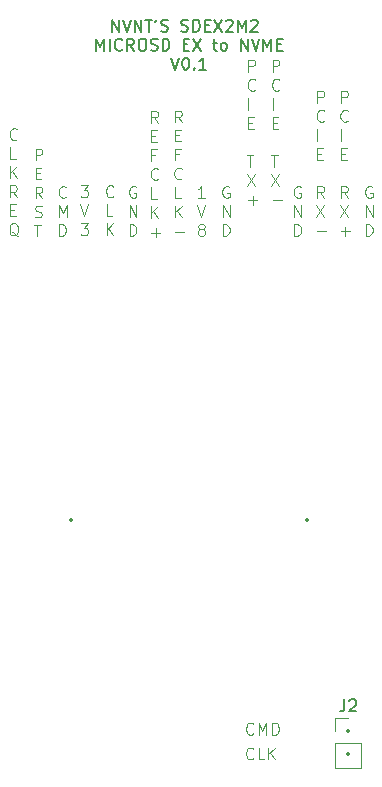
<source format=gto>
%TF.GenerationSoftware,KiCad,Pcbnew,9.0.2*%
%TF.CreationDate,2025-06-23T16:33:29+08:00*%
%TF.ProjectId,SDEX2M2 MicroSD Express to M.2 NVMe Adapter for Switch 2 WIP,53444558-324d-4322-904d-6963726f5344,rev?*%
%TF.SameCoordinates,Original*%
%TF.FileFunction,Legend,Top*%
%TF.FilePolarity,Positive*%
%FSLAX46Y46*%
G04 Gerber Fmt 4.6, Leading zero omitted, Abs format (unit mm)*
G04 Created by KiCad (PCBNEW 9.0.2) date 2025-06-23 16:33:29*
%MOMM*%
%LPD*%
G01*
G04 APERTURE LIST*
%ADD10C,0.100000*%
%ADD11C,0.200000*%
%ADD12C,0.150000*%
%ADD13C,0.120000*%
%ADD14C,0.350000*%
G04 APERTURE END LIST*
D10*
X144357693Y-116070150D02*
X144262455Y-116022531D01*
X144262455Y-116022531D02*
X144119598Y-116022531D01*
X144119598Y-116022531D02*
X143976741Y-116070150D01*
X143976741Y-116070150D02*
X143881503Y-116165388D01*
X143881503Y-116165388D02*
X143833884Y-116260626D01*
X143833884Y-116260626D02*
X143786265Y-116451102D01*
X143786265Y-116451102D02*
X143786265Y-116593959D01*
X143786265Y-116593959D02*
X143833884Y-116784435D01*
X143833884Y-116784435D02*
X143881503Y-116879673D01*
X143881503Y-116879673D02*
X143976741Y-116974912D01*
X143976741Y-116974912D02*
X144119598Y-117022531D01*
X144119598Y-117022531D02*
X144214836Y-117022531D01*
X144214836Y-117022531D02*
X144357693Y-116974912D01*
X144357693Y-116974912D02*
X144405312Y-116927292D01*
X144405312Y-116927292D02*
X144405312Y-116593959D01*
X144405312Y-116593959D02*
X144214836Y-116593959D01*
X143833884Y-118632475D02*
X143833884Y-117632475D01*
X143833884Y-117632475D02*
X144405312Y-118632475D01*
X144405312Y-118632475D02*
X144405312Y-117632475D01*
X143833884Y-120242419D02*
X143833884Y-119242419D01*
X143833884Y-119242419D02*
X144071979Y-119242419D01*
X144071979Y-119242419D02*
X144214836Y-119290038D01*
X144214836Y-119290038D02*
X144310074Y-119385276D01*
X144310074Y-119385276D02*
X144357693Y-119480514D01*
X144357693Y-119480514D02*
X144405312Y-119670990D01*
X144405312Y-119670990D02*
X144405312Y-119813847D01*
X144405312Y-119813847D02*
X144357693Y-120004323D01*
X144357693Y-120004323D02*
X144310074Y-120099561D01*
X144310074Y-120099561D02*
X144214836Y-120194800D01*
X144214836Y-120194800D02*
X144071979Y-120242419D01*
X144071979Y-120242419D02*
X143833884Y-120242419D01*
X134555312Y-116877292D02*
X134507693Y-116924912D01*
X134507693Y-116924912D02*
X134364836Y-116972531D01*
X134364836Y-116972531D02*
X134269598Y-116972531D01*
X134269598Y-116972531D02*
X134126741Y-116924912D01*
X134126741Y-116924912D02*
X134031503Y-116829673D01*
X134031503Y-116829673D02*
X133983884Y-116734435D01*
X133983884Y-116734435D02*
X133936265Y-116543959D01*
X133936265Y-116543959D02*
X133936265Y-116401102D01*
X133936265Y-116401102D02*
X133983884Y-116210626D01*
X133983884Y-116210626D02*
X134031503Y-116115388D01*
X134031503Y-116115388D02*
X134126741Y-116020150D01*
X134126741Y-116020150D02*
X134269598Y-115972531D01*
X134269598Y-115972531D02*
X134364836Y-115972531D01*
X134364836Y-115972531D02*
X134507693Y-116020150D01*
X134507693Y-116020150D02*
X134555312Y-116067769D01*
X134460074Y-118582475D02*
X133983884Y-118582475D01*
X133983884Y-118582475D02*
X133983884Y-117582475D01*
X133983884Y-120192419D02*
X133983884Y-119192419D01*
X134555312Y-120192419D02*
X134126741Y-119620990D01*
X134555312Y-119192419D02*
X133983884Y-119763847D01*
X151833884Y-108972811D02*
X151833884Y-107972811D01*
X151833884Y-107972811D02*
X152214836Y-107972811D01*
X152214836Y-107972811D02*
X152310074Y-108020430D01*
X152310074Y-108020430D02*
X152357693Y-108068049D01*
X152357693Y-108068049D02*
X152405312Y-108163287D01*
X152405312Y-108163287D02*
X152405312Y-108306144D01*
X152405312Y-108306144D02*
X152357693Y-108401382D01*
X152357693Y-108401382D02*
X152310074Y-108449001D01*
X152310074Y-108449001D02*
X152214836Y-108496620D01*
X152214836Y-108496620D02*
X151833884Y-108496620D01*
X152405312Y-110487516D02*
X152357693Y-110535136D01*
X152357693Y-110535136D02*
X152214836Y-110582755D01*
X152214836Y-110582755D02*
X152119598Y-110582755D01*
X152119598Y-110582755D02*
X151976741Y-110535136D01*
X151976741Y-110535136D02*
X151881503Y-110439897D01*
X151881503Y-110439897D02*
X151833884Y-110344659D01*
X151833884Y-110344659D02*
X151786265Y-110154183D01*
X151786265Y-110154183D02*
X151786265Y-110011326D01*
X151786265Y-110011326D02*
X151833884Y-109820850D01*
X151833884Y-109820850D02*
X151881503Y-109725612D01*
X151881503Y-109725612D02*
X151976741Y-109630374D01*
X151976741Y-109630374D02*
X152119598Y-109582755D01*
X152119598Y-109582755D02*
X152214836Y-109582755D01*
X152214836Y-109582755D02*
X152357693Y-109630374D01*
X152357693Y-109630374D02*
X152405312Y-109677993D01*
X151833884Y-112192699D02*
X151833884Y-111192699D01*
X151833884Y-113278833D02*
X152167217Y-113278833D01*
X152310074Y-113802643D02*
X151833884Y-113802643D01*
X151833884Y-113802643D02*
X151833884Y-112802643D01*
X151833884Y-112802643D02*
X152310074Y-112802643D01*
X152405312Y-117022531D02*
X152071979Y-116546340D01*
X151833884Y-117022531D02*
X151833884Y-116022531D01*
X151833884Y-116022531D02*
X152214836Y-116022531D01*
X152214836Y-116022531D02*
X152310074Y-116070150D01*
X152310074Y-116070150D02*
X152357693Y-116117769D01*
X152357693Y-116117769D02*
X152405312Y-116213007D01*
X152405312Y-116213007D02*
X152405312Y-116355864D01*
X152405312Y-116355864D02*
X152357693Y-116451102D01*
X152357693Y-116451102D02*
X152310074Y-116498721D01*
X152310074Y-116498721D02*
X152214836Y-116546340D01*
X152214836Y-116546340D02*
X151833884Y-116546340D01*
X151738646Y-117632475D02*
X152405312Y-118632475D01*
X152405312Y-117632475D02*
X151738646Y-118632475D01*
X151833884Y-119861466D02*
X152595789Y-119861466D01*
X138355312Y-110682755D02*
X138021979Y-110206564D01*
X137783884Y-110682755D02*
X137783884Y-109682755D01*
X137783884Y-109682755D02*
X138164836Y-109682755D01*
X138164836Y-109682755D02*
X138260074Y-109730374D01*
X138260074Y-109730374D02*
X138307693Y-109777993D01*
X138307693Y-109777993D02*
X138355312Y-109873231D01*
X138355312Y-109873231D02*
X138355312Y-110016088D01*
X138355312Y-110016088D02*
X138307693Y-110111326D01*
X138307693Y-110111326D02*
X138260074Y-110158945D01*
X138260074Y-110158945D02*
X138164836Y-110206564D01*
X138164836Y-110206564D02*
X137783884Y-110206564D01*
X137783884Y-111768889D02*
X138117217Y-111768889D01*
X138260074Y-112292699D02*
X137783884Y-112292699D01*
X137783884Y-112292699D02*
X137783884Y-111292699D01*
X137783884Y-111292699D02*
X138260074Y-111292699D01*
X138117217Y-113378833D02*
X137783884Y-113378833D01*
X137783884Y-113902643D02*
X137783884Y-112902643D01*
X137783884Y-112902643D02*
X138260074Y-112902643D01*
X138355312Y-115417348D02*
X138307693Y-115464968D01*
X138307693Y-115464968D02*
X138164836Y-115512587D01*
X138164836Y-115512587D02*
X138069598Y-115512587D01*
X138069598Y-115512587D02*
X137926741Y-115464968D01*
X137926741Y-115464968D02*
X137831503Y-115369729D01*
X137831503Y-115369729D02*
X137783884Y-115274491D01*
X137783884Y-115274491D02*
X137736265Y-115084015D01*
X137736265Y-115084015D02*
X137736265Y-114941158D01*
X137736265Y-114941158D02*
X137783884Y-114750682D01*
X137783884Y-114750682D02*
X137831503Y-114655444D01*
X137831503Y-114655444D02*
X137926741Y-114560206D01*
X137926741Y-114560206D02*
X138069598Y-114512587D01*
X138069598Y-114512587D02*
X138164836Y-114512587D01*
X138164836Y-114512587D02*
X138307693Y-114560206D01*
X138307693Y-114560206D02*
X138355312Y-114607825D01*
X138260074Y-117122531D02*
X137783884Y-117122531D01*
X137783884Y-117122531D02*
X137783884Y-116122531D01*
X137783884Y-118732475D02*
X137783884Y-117732475D01*
X138355312Y-118732475D02*
X137926741Y-118161046D01*
X138355312Y-117732475D02*
X137783884Y-118303903D01*
X137783884Y-119961466D02*
X138545789Y-119961466D01*
X138164836Y-120342419D02*
X138164836Y-119580514D01*
X153833884Y-108972811D02*
X153833884Y-107972811D01*
X153833884Y-107972811D02*
X154214836Y-107972811D01*
X154214836Y-107972811D02*
X154310074Y-108020430D01*
X154310074Y-108020430D02*
X154357693Y-108068049D01*
X154357693Y-108068049D02*
X154405312Y-108163287D01*
X154405312Y-108163287D02*
X154405312Y-108306144D01*
X154405312Y-108306144D02*
X154357693Y-108401382D01*
X154357693Y-108401382D02*
X154310074Y-108449001D01*
X154310074Y-108449001D02*
X154214836Y-108496620D01*
X154214836Y-108496620D02*
X153833884Y-108496620D01*
X154405312Y-110487516D02*
X154357693Y-110535136D01*
X154357693Y-110535136D02*
X154214836Y-110582755D01*
X154214836Y-110582755D02*
X154119598Y-110582755D01*
X154119598Y-110582755D02*
X153976741Y-110535136D01*
X153976741Y-110535136D02*
X153881503Y-110439897D01*
X153881503Y-110439897D02*
X153833884Y-110344659D01*
X153833884Y-110344659D02*
X153786265Y-110154183D01*
X153786265Y-110154183D02*
X153786265Y-110011326D01*
X153786265Y-110011326D02*
X153833884Y-109820850D01*
X153833884Y-109820850D02*
X153881503Y-109725612D01*
X153881503Y-109725612D02*
X153976741Y-109630374D01*
X153976741Y-109630374D02*
X154119598Y-109582755D01*
X154119598Y-109582755D02*
X154214836Y-109582755D01*
X154214836Y-109582755D02*
X154357693Y-109630374D01*
X154357693Y-109630374D02*
X154405312Y-109677993D01*
X153833884Y-112192699D02*
X153833884Y-111192699D01*
X153833884Y-113278833D02*
X154167217Y-113278833D01*
X154310074Y-113802643D02*
X153833884Y-113802643D01*
X153833884Y-113802643D02*
X153833884Y-112802643D01*
X153833884Y-112802643D02*
X154310074Y-112802643D01*
X154405312Y-117022531D02*
X154071979Y-116546340D01*
X153833884Y-117022531D02*
X153833884Y-116022531D01*
X153833884Y-116022531D02*
X154214836Y-116022531D01*
X154214836Y-116022531D02*
X154310074Y-116070150D01*
X154310074Y-116070150D02*
X154357693Y-116117769D01*
X154357693Y-116117769D02*
X154405312Y-116213007D01*
X154405312Y-116213007D02*
X154405312Y-116355864D01*
X154405312Y-116355864D02*
X154357693Y-116451102D01*
X154357693Y-116451102D02*
X154310074Y-116498721D01*
X154310074Y-116498721D02*
X154214836Y-116546340D01*
X154214836Y-116546340D02*
X153833884Y-116546340D01*
X153738646Y-117632475D02*
X154405312Y-118632475D01*
X154405312Y-117632475D02*
X153738646Y-118632475D01*
X153833884Y-119861466D02*
X154595789Y-119861466D01*
X154214836Y-120242419D02*
X154214836Y-119480514D01*
X130555312Y-116927292D02*
X130507693Y-116974912D01*
X130507693Y-116974912D02*
X130364836Y-117022531D01*
X130364836Y-117022531D02*
X130269598Y-117022531D01*
X130269598Y-117022531D02*
X130126741Y-116974912D01*
X130126741Y-116974912D02*
X130031503Y-116879673D01*
X130031503Y-116879673D02*
X129983884Y-116784435D01*
X129983884Y-116784435D02*
X129936265Y-116593959D01*
X129936265Y-116593959D02*
X129936265Y-116451102D01*
X129936265Y-116451102D02*
X129983884Y-116260626D01*
X129983884Y-116260626D02*
X130031503Y-116165388D01*
X130031503Y-116165388D02*
X130126741Y-116070150D01*
X130126741Y-116070150D02*
X130269598Y-116022531D01*
X130269598Y-116022531D02*
X130364836Y-116022531D01*
X130364836Y-116022531D02*
X130507693Y-116070150D01*
X130507693Y-116070150D02*
X130555312Y-116117769D01*
X129983884Y-118632475D02*
X129983884Y-117632475D01*
X129983884Y-117632475D02*
X130317217Y-118346760D01*
X130317217Y-118346760D02*
X130650550Y-117632475D01*
X130650550Y-117632475D02*
X130650550Y-118632475D01*
X129983884Y-120242419D02*
X129983884Y-119242419D01*
X129983884Y-119242419D02*
X130221979Y-119242419D01*
X130221979Y-119242419D02*
X130364836Y-119290038D01*
X130364836Y-119290038D02*
X130460074Y-119385276D01*
X130460074Y-119385276D02*
X130507693Y-119480514D01*
X130507693Y-119480514D02*
X130555312Y-119670990D01*
X130555312Y-119670990D02*
X130555312Y-119813847D01*
X130555312Y-119813847D02*
X130507693Y-120004323D01*
X130507693Y-120004323D02*
X130460074Y-120099561D01*
X130460074Y-120099561D02*
X130364836Y-120194800D01*
X130364836Y-120194800D02*
X130221979Y-120242419D01*
X130221979Y-120242419D02*
X129983884Y-120242419D01*
X126405312Y-112047460D02*
X126357693Y-112095080D01*
X126357693Y-112095080D02*
X126214836Y-112142699D01*
X126214836Y-112142699D02*
X126119598Y-112142699D01*
X126119598Y-112142699D02*
X125976741Y-112095080D01*
X125976741Y-112095080D02*
X125881503Y-111999841D01*
X125881503Y-111999841D02*
X125833884Y-111904603D01*
X125833884Y-111904603D02*
X125786265Y-111714127D01*
X125786265Y-111714127D02*
X125786265Y-111571270D01*
X125786265Y-111571270D02*
X125833884Y-111380794D01*
X125833884Y-111380794D02*
X125881503Y-111285556D01*
X125881503Y-111285556D02*
X125976741Y-111190318D01*
X125976741Y-111190318D02*
X126119598Y-111142699D01*
X126119598Y-111142699D02*
X126214836Y-111142699D01*
X126214836Y-111142699D02*
X126357693Y-111190318D01*
X126357693Y-111190318D02*
X126405312Y-111237937D01*
X126310074Y-113752643D02*
X125833884Y-113752643D01*
X125833884Y-113752643D02*
X125833884Y-112752643D01*
X125833884Y-115362587D02*
X125833884Y-114362587D01*
X126405312Y-115362587D02*
X125976741Y-114791158D01*
X126405312Y-114362587D02*
X125833884Y-114934015D01*
X126405312Y-116972531D02*
X126071979Y-116496340D01*
X125833884Y-116972531D02*
X125833884Y-115972531D01*
X125833884Y-115972531D02*
X126214836Y-115972531D01*
X126214836Y-115972531D02*
X126310074Y-116020150D01*
X126310074Y-116020150D02*
X126357693Y-116067769D01*
X126357693Y-116067769D02*
X126405312Y-116163007D01*
X126405312Y-116163007D02*
X126405312Y-116305864D01*
X126405312Y-116305864D02*
X126357693Y-116401102D01*
X126357693Y-116401102D02*
X126310074Y-116448721D01*
X126310074Y-116448721D02*
X126214836Y-116496340D01*
X126214836Y-116496340D02*
X125833884Y-116496340D01*
X125833884Y-118058665D02*
X126167217Y-118058665D01*
X126310074Y-118582475D02*
X125833884Y-118582475D01*
X125833884Y-118582475D02*
X125833884Y-117582475D01*
X125833884Y-117582475D02*
X126310074Y-117582475D01*
X126500550Y-120287657D02*
X126405312Y-120240038D01*
X126405312Y-120240038D02*
X126310074Y-120144800D01*
X126310074Y-120144800D02*
X126167217Y-120001942D01*
X126167217Y-120001942D02*
X126071979Y-119954323D01*
X126071979Y-119954323D02*
X125976741Y-119954323D01*
X126024360Y-120192419D02*
X125929122Y-120144800D01*
X125929122Y-120144800D02*
X125833884Y-120049561D01*
X125833884Y-120049561D02*
X125786265Y-119859085D01*
X125786265Y-119859085D02*
X125786265Y-119525752D01*
X125786265Y-119525752D02*
X125833884Y-119335276D01*
X125833884Y-119335276D02*
X125929122Y-119240038D01*
X125929122Y-119240038D02*
X126024360Y-119192419D01*
X126024360Y-119192419D02*
X126214836Y-119192419D01*
X126214836Y-119192419D02*
X126310074Y-119240038D01*
X126310074Y-119240038D02*
X126405312Y-119335276D01*
X126405312Y-119335276D02*
X126452931Y-119525752D01*
X126452931Y-119525752D02*
X126452931Y-119859085D01*
X126452931Y-119859085D02*
X126405312Y-120049561D01*
X126405312Y-120049561D02*
X126310074Y-120144800D01*
X126310074Y-120144800D02*
X126214836Y-120192419D01*
X126214836Y-120192419D02*
X126024360Y-120192419D01*
X146425312Y-164477180D02*
X146377693Y-164524800D01*
X146377693Y-164524800D02*
X146234836Y-164572419D01*
X146234836Y-164572419D02*
X146139598Y-164572419D01*
X146139598Y-164572419D02*
X145996741Y-164524800D01*
X145996741Y-164524800D02*
X145901503Y-164429561D01*
X145901503Y-164429561D02*
X145853884Y-164334323D01*
X145853884Y-164334323D02*
X145806265Y-164143847D01*
X145806265Y-164143847D02*
X145806265Y-164000990D01*
X145806265Y-164000990D02*
X145853884Y-163810514D01*
X145853884Y-163810514D02*
X145901503Y-163715276D01*
X145901503Y-163715276D02*
X145996741Y-163620038D01*
X145996741Y-163620038D02*
X146139598Y-163572419D01*
X146139598Y-163572419D02*
X146234836Y-163572419D01*
X146234836Y-163572419D02*
X146377693Y-163620038D01*
X146377693Y-163620038D02*
X146425312Y-163667657D01*
X147330074Y-164572419D02*
X146853884Y-164572419D01*
X146853884Y-164572419D02*
X146853884Y-163572419D01*
X147663408Y-164572419D02*
X147663408Y-163572419D01*
X148234836Y-164572419D02*
X147806265Y-164000990D01*
X148234836Y-163572419D02*
X147663408Y-164143847D01*
X146425312Y-162377180D02*
X146377693Y-162424800D01*
X146377693Y-162424800D02*
X146234836Y-162472419D01*
X146234836Y-162472419D02*
X146139598Y-162472419D01*
X146139598Y-162472419D02*
X145996741Y-162424800D01*
X145996741Y-162424800D02*
X145901503Y-162329561D01*
X145901503Y-162329561D02*
X145853884Y-162234323D01*
X145853884Y-162234323D02*
X145806265Y-162043847D01*
X145806265Y-162043847D02*
X145806265Y-161900990D01*
X145806265Y-161900990D02*
X145853884Y-161710514D01*
X145853884Y-161710514D02*
X145901503Y-161615276D01*
X145901503Y-161615276D02*
X145996741Y-161520038D01*
X145996741Y-161520038D02*
X146139598Y-161472419D01*
X146139598Y-161472419D02*
X146234836Y-161472419D01*
X146234836Y-161472419D02*
X146377693Y-161520038D01*
X146377693Y-161520038D02*
X146425312Y-161567657D01*
X146853884Y-162472419D02*
X146853884Y-161472419D01*
X146853884Y-161472419D02*
X147187217Y-162186704D01*
X147187217Y-162186704D02*
X147520550Y-161472419D01*
X147520550Y-161472419D02*
X147520550Y-162472419D01*
X147996741Y-162472419D02*
X147996741Y-161472419D01*
X147996741Y-161472419D02*
X148234836Y-161472419D01*
X148234836Y-161472419D02*
X148377693Y-161520038D01*
X148377693Y-161520038D02*
X148472931Y-161615276D01*
X148472931Y-161615276D02*
X148520550Y-161710514D01*
X148520550Y-161710514D02*
X148568169Y-161900990D01*
X148568169Y-161900990D02*
X148568169Y-162043847D01*
X148568169Y-162043847D02*
X148520550Y-162234323D01*
X148520550Y-162234323D02*
X148472931Y-162329561D01*
X148472931Y-162329561D02*
X148377693Y-162424800D01*
X148377693Y-162424800D02*
X148234836Y-162472419D01*
X148234836Y-162472419D02*
X147996741Y-162472419D01*
X142307693Y-117022531D02*
X141736265Y-117022531D01*
X142021979Y-117022531D02*
X142021979Y-116022531D01*
X142021979Y-116022531D02*
X141926741Y-116165388D01*
X141926741Y-116165388D02*
X141831503Y-116260626D01*
X141831503Y-116260626D02*
X141736265Y-116308245D01*
X141641027Y-117632475D02*
X141974360Y-118632475D01*
X141974360Y-118632475D02*
X142307693Y-117632475D01*
X141926741Y-119670990D02*
X141831503Y-119623371D01*
X141831503Y-119623371D02*
X141783884Y-119575752D01*
X141783884Y-119575752D02*
X141736265Y-119480514D01*
X141736265Y-119480514D02*
X141736265Y-119432895D01*
X141736265Y-119432895D02*
X141783884Y-119337657D01*
X141783884Y-119337657D02*
X141831503Y-119290038D01*
X141831503Y-119290038D02*
X141926741Y-119242419D01*
X141926741Y-119242419D02*
X142117217Y-119242419D01*
X142117217Y-119242419D02*
X142212455Y-119290038D01*
X142212455Y-119290038D02*
X142260074Y-119337657D01*
X142260074Y-119337657D02*
X142307693Y-119432895D01*
X142307693Y-119432895D02*
X142307693Y-119480514D01*
X142307693Y-119480514D02*
X142260074Y-119575752D01*
X142260074Y-119575752D02*
X142212455Y-119623371D01*
X142212455Y-119623371D02*
X142117217Y-119670990D01*
X142117217Y-119670990D02*
X141926741Y-119670990D01*
X141926741Y-119670990D02*
X141831503Y-119718609D01*
X141831503Y-119718609D02*
X141783884Y-119766228D01*
X141783884Y-119766228D02*
X141736265Y-119861466D01*
X141736265Y-119861466D02*
X141736265Y-120051942D01*
X141736265Y-120051942D02*
X141783884Y-120147180D01*
X141783884Y-120147180D02*
X141831503Y-120194800D01*
X141831503Y-120194800D02*
X141926741Y-120242419D01*
X141926741Y-120242419D02*
X142117217Y-120242419D01*
X142117217Y-120242419D02*
X142212455Y-120194800D01*
X142212455Y-120194800D02*
X142260074Y-120147180D01*
X142260074Y-120147180D02*
X142307693Y-120051942D01*
X142307693Y-120051942D02*
X142307693Y-119861466D01*
X142307693Y-119861466D02*
X142260074Y-119766228D01*
X142260074Y-119766228D02*
X142212455Y-119718609D01*
X142212455Y-119718609D02*
X142117217Y-119670990D01*
X145994330Y-106342356D02*
X145994330Y-105342356D01*
X145994330Y-105342356D02*
X146375282Y-105342356D01*
X146375282Y-105342356D02*
X146470520Y-105389975D01*
X146470520Y-105389975D02*
X146518139Y-105437594D01*
X146518139Y-105437594D02*
X146565758Y-105532832D01*
X146565758Y-105532832D02*
X146565758Y-105675689D01*
X146565758Y-105675689D02*
X146518139Y-105770927D01*
X146518139Y-105770927D02*
X146470520Y-105818546D01*
X146470520Y-105818546D02*
X146375282Y-105866165D01*
X146375282Y-105866165D02*
X145994330Y-105866165D01*
X146565758Y-107857061D02*
X146518139Y-107904681D01*
X146518139Y-107904681D02*
X146375282Y-107952300D01*
X146375282Y-107952300D02*
X146280044Y-107952300D01*
X146280044Y-107952300D02*
X146137187Y-107904681D01*
X146137187Y-107904681D02*
X146041949Y-107809442D01*
X146041949Y-107809442D02*
X145994330Y-107714204D01*
X145994330Y-107714204D02*
X145946711Y-107523728D01*
X145946711Y-107523728D02*
X145946711Y-107380871D01*
X145946711Y-107380871D02*
X145994330Y-107190395D01*
X145994330Y-107190395D02*
X146041949Y-107095157D01*
X146041949Y-107095157D02*
X146137187Y-106999919D01*
X146137187Y-106999919D02*
X146280044Y-106952300D01*
X146280044Y-106952300D02*
X146375282Y-106952300D01*
X146375282Y-106952300D02*
X146518139Y-106999919D01*
X146518139Y-106999919D02*
X146565758Y-107047538D01*
X145994330Y-109562244D02*
X145994330Y-108562244D01*
X145994330Y-110648378D02*
X146327663Y-110648378D01*
X146470520Y-111172188D02*
X145994330Y-111172188D01*
X145994330Y-111172188D02*
X145994330Y-110172188D01*
X145994330Y-110172188D02*
X146470520Y-110172188D01*
X145851473Y-113392076D02*
X146422901Y-113392076D01*
X146137187Y-114392076D02*
X146137187Y-113392076D01*
X145899092Y-115002020D02*
X146565758Y-116002020D01*
X146565758Y-115002020D02*
X145899092Y-116002020D01*
X145994330Y-117231011D02*
X146756235Y-117231011D01*
X146375282Y-117611964D02*
X146375282Y-116850059D01*
X131788646Y-115972531D02*
X132407693Y-115972531D01*
X132407693Y-115972531D02*
X132074360Y-116353483D01*
X132074360Y-116353483D02*
X132217217Y-116353483D01*
X132217217Y-116353483D02*
X132312455Y-116401102D01*
X132312455Y-116401102D02*
X132360074Y-116448721D01*
X132360074Y-116448721D02*
X132407693Y-116543959D01*
X132407693Y-116543959D02*
X132407693Y-116782054D01*
X132407693Y-116782054D02*
X132360074Y-116877292D01*
X132360074Y-116877292D02*
X132312455Y-116924912D01*
X132312455Y-116924912D02*
X132217217Y-116972531D01*
X132217217Y-116972531D02*
X131931503Y-116972531D01*
X131931503Y-116972531D02*
X131836265Y-116924912D01*
X131836265Y-116924912D02*
X131788646Y-116877292D01*
X131741027Y-117582475D02*
X132074360Y-118582475D01*
X132074360Y-118582475D02*
X132407693Y-117582475D01*
X131788646Y-119192419D02*
X132407693Y-119192419D01*
X132407693Y-119192419D02*
X132074360Y-119573371D01*
X132074360Y-119573371D02*
X132217217Y-119573371D01*
X132217217Y-119573371D02*
X132312455Y-119620990D01*
X132312455Y-119620990D02*
X132360074Y-119668609D01*
X132360074Y-119668609D02*
X132407693Y-119763847D01*
X132407693Y-119763847D02*
X132407693Y-120001942D01*
X132407693Y-120001942D02*
X132360074Y-120097180D01*
X132360074Y-120097180D02*
X132312455Y-120144800D01*
X132312455Y-120144800D02*
X132217217Y-120192419D01*
X132217217Y-120192419D02*
X131931503Y-120192419D01*
X131931503Y-120192419D02*
X131836265Y-120144800D01*
X131836265Y-120144800D02*
X131788646Y-120097180D01*
X150407693Y-116070150D02*
X150312455Y-116022531D01*
X150312455Y-116022531D02*
X150169598Y-116022531D01*
X150169598Y-116022531D02*
X150026741Y-116070150D01*
X150026741Y-116070150D02*
X149931503Y-116165388D01*
X149931503Y-116165388D02*
X149883884Y-116260626D01*
X149883884Y-116260626D02*
X149836265Y-116451102D01*
X149836265Y-116451102D02*
X149836265Y-116593959D01*
X149836265Y-116593959D02*
X149883884Y-116784435D01*
X149883884Y-116784435D02*
X149931503Y-116879673D01*
X149931503Y-116879673D02*
X150026741Y-116974912D01*
X150026741Y-116974912D02*
X150169598Y-117022531D01*
X150169598Y-117022531D02*
X150264836Y-117022531D01*
X150264836Y-117022531D02*
X150407693Y-116974912D01*
X150407693Y-116974912D02*
X150455312Y-116927292D01*
X150455312Y-116927292D02*
X150455312Y-116593959D01*
X150455312Y-116593959D02*
X150264836Y-116593959D01*
X149883884Y-118632475D02*
X149883884Y-117632475D01*
X149883884Y-117632475D02*
X150455312Y-118632475D01*
X150455312Y-118632475D02*
X150455312Y-117632475D01*
X149883884Y-120242419D02*
X149883884Y-119242419D01*
X149883884Y-119242419D02*
X150121979Y-119242419D01*
X150121979Y-119242419D02*
X150264836Y-119290038D01*
X150264836Y-119290038D02*
X150360074Y-119385276D01*
X150360074Y-119385276D02*
X150407693Y-119480514D01*
X150407693Y-119480514D02*
X150455312Y-119670990D01*
X150455312Y-119670990D02*
X150455312Y-119813847D01*
X150455312Y-119813847D02*
X150407693Y-120004323D01*
X150407693Y-120004323D02*
X150360074Y-120099561D01*
X150360074Y-120099561D02*
X150264836Y-120194800D01*
X150264836Y-120194800D02*
X150121979Y-120242419D01*
X150121979Y-120242419D02*
X149883884Y-120242419D01*
X127983884Y-113852643D02*
X127983884Y-112852643D01*
X127983884Y-112852643D02*
X128364836Y-112852643D01*
X128364836Y-112852643D02*
X128460074Y-112900262D01*
X128460074Y-112900262D02*
X128507693Y-112947881D01*
X128507693Y-112947881D02*
X128555312Y-113043119D01*
X128555312Y-113043119D02*
X128555312Y-113185976D01*
X128555312Y-113185976D02*
X128507693Y-113281214D01*
X128507693Y-113281214D02*
X128460074Y-113328833D01*
X128460074Y-113328833D02*
X128364836Y-113376452D01*
X128364836Y-113376452D02*
X127983884Y-113376452D01*
X127983884Y-114938777D02*
X128317217Y-114938777D01*
X128460074Y-115462587D02*
X127983884Y-115462587D01*
X127983884Y-115462587D02*
X127983884Y-114462587D01*
X127983884Y-114462587D02*
X128460074Y-114462587D01*
X128555312Y-117072531D02*
X128221979Y-116596340D01*
X127983884Y-117072531D02*
X127983884Y-116072531D01*
X127983884Y-116072531D02*
X128364836Y-116072531D01*
X128364836Y-116072531D02*
X128460074Y-116120150D01*
X128460074Y-116120150D02*
X128507693Y-116167769D01*
X128507693Y-116167769D02*
X128555312Y-116263007D01*
X128555312Y-116263007D02*
X128555312Y-116405864D01*
X128555312Y-116405864D02*
X128507693Y-116501102D01*
X128507693Y-116501102D02*
X128460074Y-116548721D01*
X128460074Y-116548721D02*
X128364836Y-116596340D01*
X128364836Y-116596340D02*
X127983884Y-116596340D01*
X127936265Y-118634856D02*
X128079122Y-118682475D01*
X128079122Y-118682475D02*
X128317217Y-118682475D01*
X128317217Y-118682475D02*
X128412455Y-118634856D01*
X128412455Y-118634856D02*
X128460074Y-118587236D01*
X128460074Y-118587236D02*
X128507693Y-118491998D01*
X128507693Y-118491998D02*
X128507693Y-118396760D01*
X128507693Y-118396760D02*
X128460074Y-118301522D01*
X128460074Y-118301522D02*
X128412455Y-118253903D01*
X128412455Y-118253903D02*
X128317217Y-118206284D01*
X128317217Y-118206284D02*
X128126741Y-118158665D01*
X128126741Y-118158665D02*
X128031503Y-118111046D01*
X128031503Y-118111046D02*
X127983884Y-118063427D01*
X127983884Y-118063427D02*
X127936265Y-117968189D01*
X127936265Y-117968189D02*
X127936265Y-117872951D01*
X127936265Y-117872951D02*
X127983884Y-117777713D01*
X127983884Y-117777713D02*
X128031503Y-117730094D01*
X128031503Y-117730094D02*
X128126741Y-117682475D01*
X128126741Y-117682475D02*
X128364836Y-117682475D01*
X128364836Y-117682475D02*
X128507693Y-117730094D01*
X127841027Y-119292419D02*
X128412455Y-119292419D01*
X128126741Y-120292419D02*
X128126741Y-119292419D01*
X140355312Y-110632755D02*
X140021979Y-110156564D01*
X139783884Y-110632755D02*
X139783884Y-109632755D01*
X139783884Y-109632755D02*
X140164836Y-109632755D01*
X140164836Y-109632755D02*
X140260074Y-109680374D01*
X140260074Y-109680374D02*
X140307693Y-109727993D01*
X140307693Y-109727993D02*
X140355312Y-109823231D01*
X140355312Y-109823231D02*
X140355312Y-109966088D01*
X140355312Y-109966088D02*
X140307693Y-110061326D01*
X140307693Y-110061326D02*
X140260074Y-110108945D01*
X140260074Y-110108945D02*
X140164836Y-110156564D01*
X140164836Y-110156564D02*
X139783884Y-110156564D01*
X139783884Y-111718889D02*
X140117217Y-111718889D01*
X140260074Y-112242699D02*
X139783884Y-112242699D01*
X139783884Y-112242699D02*
X139783884Y-111242699D01*
X139783884Y-111242699D02*
X140260074Y-111242699D01*
X140117217Y-113328833D02*
X139783884Y-113328833D01*
X139783884Y-113852643D02*
X139783884Y-112852643D01*
X139783884Y-112852643D02*
X140260074Y-112852643D01*
X140355312Y-115367348D02*
X140307693Y-115414968D01*
X140307693Y-115414968D02*
X140164836Y-115462587D01*
X140164836Y-115462587D02*
X140069598Y-115462587D01*
X140069598Y-115462587D02*
X139926741Y-115414968D01*
X139926741Y-115414968D02*
X139831503Y-115319729D01*
X139831503Y-115319729D02*
X139783884Y-115224491D01*
X139783884Y-115224491D02*
X139736265Y-115034015D01*
X139736265Y-115034015D02*
X139736265Y-114891158D01*
X139736265Y-114891158D02*
X139783884Y-114700682D01*
X139783884Y-114700682D02*
X139831503Y-114605444D01*
X139831503Y-114605444D02*
X139926741Y-114510206D01*
X139926741Y-114510206D02*
X140069598Y-114462587D01*
X140069598Y-114462587D02*
X140164836Y-114462587D01*
X140164836Y-114462587D02*
X140307693Y-114510206D01*
X140307693Y-114510206D02*
X140355312Y-114557825D01*
X140260074Y-117072531D02*
X139783884Y-117072531D01*
X139783884Y-117072531D02*
X139783884Y-116072531D01*
X139783884Y-118682475D02*
X139783884Y-117682475D01*
X140355312Y-118682475D02*
X139926741Y-118111046D01*
X140355312Y-117682475D02*
X139783884Y-118253903D01*
X139783884Y-119911466D02*
X140545789Y-119911466D01*
X156457693Y-116070150D02*
X156362455Y-116022531D01*
X156362455Y-116022531D02*
X156219598Y-116022531D01*
X156219598Y-116022531D02*
X156076741Y-116070150D01*
X156076741Y-116070150D02*
X155981503Y-116165388D01*
X155981503Y-116165388D02*
X155933884Y-116260626D01*
X155933884Y-116260626D02*
X155886265Y-116451102D01*
X155886265Y-116451102D02*
X155886265Y-116593959D01*
X155886265Y-116593959D02*
X155933884Y-116784435D01*
X155933884Y-116784435D02*
X155981503Y-116879673D01*
X155981503Y-116879673D02*
X156076741Y-116974912D01*
X156076741Y-116974912D02*
X156219598Y-117022531D01*
X156219598Y-117022531D02*
X156314836Y-117022531D01*
X156314836Y-117022531D02*
X156457693Y-116974912D01*
X156457693Y-116974912D02*
X156505312Y-116927292D01*
X156505312Y-116927292D02*
X156505312Y-116593959D01*
X156505312Y-116593959D02*
X156314836Y-116593959D01*
X155933884Y-118632475D02*
X155933884Y-117632475D01*
X155933884Y-117632475D02*
X156505312Y-118632475D01*
X156505312Y-118632475D02*
X156505312Y-117632475D01*
X155933884Y-120242419D02*
X155933884Y-119242419D01*
X155933884Y-119242419D02*
X156171979Y-119242419D01*
X156171979Y-119242419D02*
X156314836Y-119290038D01*
X156314836Y-119290038D02*
X156410074Y-119385276D01*
X156410074Y-119385276D02*
X156457693Y-119480514D01*
X156457693Y-119480514D02*
X156505312Y-119670990D01*
X156505312Y-119670990D02*
X156505312Y-119813847D01*
X156505312Y-119813847D02*
X156457693Y-120004323D01*
X156457693Y-120004323D02*
X156410074Y-120099561D01*
X156410074Y-120099561D02*
X156314836Y-120194800D01*
X156314836Y-120194800D02*
X156171979Y-120242419D01*
X156171979Y-120242419D02*
X155933884Y-120242419D01*
X148044330Y-106342356D02*
X148044330Y-105342356D01*
X148044330Y-105342356D02*
X148425282Y-105342356D01*
X148425282Y-105342356D02*
X148520520Y-105389975D01*
X148520520Y-105389975D02*
X148568139Y-105437594D01*
X148568139Y-105437594D02*
X148615758Y-105532832D01*
X148615758Y-105532832D02*
X148615758Y-105675689D01*
X148615758Y-105675689D02*
X148568139Y-105770927D01*
X148568139Y-105770927D02*
X148520520Y-105818546D01*
X148520520Y-105818546D02*
X148425282Y-105866165D01*
X148425282Y-105866165D02*
X148044330Y-105866165D01*
X148615758Y-107857061D02*
X148568139Y-107904681D01*
X148568139Y-107904681D02*
X148425282Y-107952300D01*
X148425282Y-107952300D02*
X148330044Y-107952300D01*
X148330044Y-107952300D02*
X148187187Y-107904681D01*
X148187187Y-107904681D02*
X148091949Y-107809442D01*
X148091949Y-107809442D02*
X148044330Y-107714204D01*
X148044330Y-107714204D02*
X147996711Y-107523728D01*
X147996711Y-107523728D02*
X147996711Y-107380871D01*
X147996711Y-107380871D02*
X148044330Y-107190395D01*
X148044330Y-107190395D02*
X148091949Y-107095157D01*
X148091949Y-107095157D02*
X148187187Y-106999919D01*
X148187187Y-106999919D02*
X148330044Y-106952300D01*
X148330044Y-106952300D02*
X148425282Y-106952300D01*
X148425282Y-106952300D02*
X148568139Y-106999919D01*
X148568139Y-106999919D02*
X148615758Y-107047538D01*
X148044330Y-109562244D02*
X148044330Y-108562244D01*
X148044330Y-110648378D02*
X148377663Y-110648378D01*
X148520520Y-111172188D02*
X148044330Y-111172188D01*
X148044330Y-111172188D02*
X148044330Y-110172188D01*
X148044330Y-110172188D02*
X148520520Y-110172188D01*
X147901473Y-113392076D02*
X148472901Y-113392076D01*
X148187187Y-114392076D02*
X148187187Y-113392076D01*
X147949092Y-115002020D02*
X148615758Y-116002020D01*
X148615758Y-115002020D02*
X147949092Y-116002020D01*
X148044330Y-117231011D02*
X148806235Y-117231011D01*
X136457693Y-116070150D02*
X136362455Y-116022531D01*
X136362455Y-116022531D02*
X136219598Y-116022531D01*
X136219598Y-116022531D02*
X136076741Y-116070150D01*
X136076741Y-116070150D02*
X135981503Y-116165388D01*
X135981503Y-116165388D02*
X135933884Y-116260626D01*
X135933884Y-116260626D02*
X135886265Y-116451102D01*
X135886265Y-116451102D02*
X135886265Y-116593959D01*
X135886265Y-116593959D02*
X135933884Y-116784435D01*
X135933884Y-116784435D02*
X135981503Y-116879673D01*
X135981503Y-116879673D02*
X136076741Y-116974912D01*
X136076741Y-116974912D02*
X136219598Y-117022531D01*
X136219598Y-117022531D02*
X136314836Y-117022531D01*
X136314836Y-117022531D02*
X136457693Y-116974912D01*
X136457693Y-116974912D02*
X136505312Y-116927292D01*
X136505312Y-116927292D02*
X136505312Y-116593959D01*
X136505312Y-116593959D02*
X136314836Y-116593959D01*
X135933884Y-118632475D02*
X135933884Y-117632475D01*
X135933884Y-117632475D02*
X136505312Y-118632475D01*
X136505312Y-118632475D02*
X136505312Y-117632475D01*
X135933884Y-120242419D02*
X135933884Y-119242419D01*
X135933884Y-119242419D02*
X136171979Y-119242419D01*
X136171979Y-119242419D02*
X136314836Y-119290038D01*
X136314836Y-119290038D02*
X136410074Y-119385276D01*
X136410074Y-119385276D02*
X136457693Y-119480514D01*
X136457693Y-119480514D02*
X136505312Y-119670990D01*
X136505312Y-119670990D02*
X136505312Y-119813847D01*
X136505312Y-119813847D02*
X136457693Y-120004323D01*
X136457693Y-120004323D02*
X136410074Y-120099561D01*
X136410074Y-120099561D02*
X136314836Y-120194800D01*
X136314836Y-120194800D02*
X136171979Y-120242419D01*
X136171979Y-120242419D02*
X135933884Y-120242419D01*
D11*
X134456190Y-102947331D02*
X134456190Y-101947331D01*
X134456190Y-101947331D02*
X135027618Y-102947331D01*
X135027618Y-102947331D02*
X135027618Y-101947331D01*
X135360952Y-101947331D02*
X135694285Y-102947331D01*
X135694285Y-102947331D02*
X136027618Y-101947331D01*
X136360952Y-102947331D02*
X136360952Y-101947331D01*
X136360952Y-101947331D02*
X136932380Y-102947331D01*
X136932380Y-102947331D02*
X136932380Y-101947331D01*
X137265714Y-101947331D02*
X137837142Y-101947331D01*
X137551428Y-102947331D02*
X137551428Y-101947331D01*
X138218095Y-101947331D02*
X138122857Y-102137807D01*
X138599047Y-102899712D02*
X138741904Y-102947331D01*
X138741904Y-102947331D02*
X138979999Y-102947331D01*
X138979999Y-102947331D02*
X139075237Y-102899712D01*
X139075237Y-102899712D02*
X139122856Y-102852092D01*
X139122856Y-102852092D02*
X139170475Y-102756854D01*
X139170475Y-102756854D02*
X139170475Y-102661616D01*
X139170475Y-102661616D02*
X139122856Y-102566378D01*
X139122856Y-102566378D02*
X139075237Y-102518759D01*
X139075237Y-102518759D02*
X138979999Y-102471140D01*
X138979999Y-102471140D02*
X138789523Y-102423521D01*
X138789523Y-102423521D02*
X138694285Y-102375902D01*
X138694285Y-102375902D02*
X138646666Y-102328283D01*
X138646666Y-102328283D02*
X138599047Y-102233045D01*
X138599047Y-102233045D02*
X138599047Y-102137807D01*
X138599047Y-102137807D02*
X138646666Y-102042569D01*
X138646666Y-102042569D02*
X138694285Y-101994950D01*
X138694285Y-101994950D02*
X138789523Y-101947331D01*
X138789523Y-101947331D02*
X139027618Y-101947331D01*
X139027618Y-101947331D02*
X139170475Y-101994950D01*
X140313333Y-102899712D02*
X140456190Y-102947331D01*
X140456190Y-102947331D02*
X140694285Y-102947331D01*
X140694285Y-102947331D02*
X140789523Y-102899712D01*
X140789523Y-102899712D02*
X140837142Y-102852092D01*
X140837142Y-102852092D02*
X140884761Y-102756854D01*
X140884761Y-102756854D02*
X140884761Y-102661616D01*
X140884761Y-102661616D02*
X140837142Y-102566378D01*
X140837142Y-102566378D02*
X140789523Y-102518759D01*
X140789523Y-102518759D02*
X140694285Y-102471140D01*
X140694285Y-102471140D02*
X140503809Y-102423521D01*
X140503809Y-102423521D02*
X140408571Y-102375902D01*
X140408571Y-102375902D02*
X140360952Y-102328283D01*
X140360952Y-102328283D02*
X140313333Y-102233045D01*
X140313333Y-102233045D02*
X140313333Y-102137807D01*
X140313333Y-102137807D02*
X140360952Y-102042569D01*
X140360952Y-102042569D02*
X140408571Y-101994950D01*
X140408571Y-101994950D02*
X140503809Y-101947331D01*
X140503809Y-101947331D02*
X140741904Y-101947331D01*
X140741904Y-101947331D02*
X140884761Y-101994950D01*
X141313333Y-102947331D02*
X141313333Y-101947331D01*
X141313333Y-101947331D02*
X141551428Y-101947331D01*
X141551428Y-101947331D02*
X141694285Y-101994950D01*
X141694285Y-101994950D02*
X141789523Y-102090188D01*
X141789523Y-102090188D02*
X141837142Y-102185426D01*
X141837142Y-102185426D02*
X141884761Y-102375902D01*
X141884761Y-102375902D02*
X141884761Y-102518759D01*
X141884761Y-102518759D02*
X141837142Y-102709235D01*
X141837142Y-102709235D02*
X141789523Y-102804473D01*
X141789523Y-102804473D02*
X141694285Y-102899712D01*
X141694285Y-102899712D02*
X141551428Y-102947331D01*
X141551428Y-102947331D02*
X141313333Y-102947331D01*
X142313333Y-102423521D02*
X142646666Y-102423521D01*
X142789523Y-102947331D02*
X142313333Y-102947331D01*
X142313333Y-102947331D02*
X142313333Y-101947331D01*
X142313333Y-101947331D02*
X142789523Y-101947331D01*
X143122857Y-101947331D02*
X143789523Y-102947331D01*
X143789523Y-101947331D02*
X143122857Y-102947331D01*
X144122857Y-102042569D02*
X144170476Y-101994950D01*
X144170476Y-101994950D02*
X144265714Y-101947331D01*
X144265714Y-101947331D02*
X144503809Y-101947331D01*
X144503809Y-101947331D02*
X144599047Y-101994950D01*
X144599047Y-101994950D02*
X144646666Y-102042569D01*
X144646666Y-102042569D02*
X144694285Y-102137807D01*
X144694285Y-102137807D02*
X144694285Y-102233045D01*
X144694285Y-102233045D02*
X144646666Y-102375902D01*
X144646666Y-102375902D02*
X144075238Y-102947331D01*
X144075238Y-102947331D02*
X144694285Y-102947331D01*
X145122857Y-102947331D02*
X145122857Y-101947331D01*
X145122857Y-101947331D02*
X145456190Y-102661616D01*
X145456190Y-102661616D02*
X145789523Y-101947331D01*
X145789523Y-101947331D02*
X145789523Y-102947331D01*
X146218095Y-102042569D02*
X146265714Y-101994950D01*
X146265714Y-101994950D02*
X146360952Y-101947331D01*
X146360952Y-101947331D02*
X146599047Y-101947331D01*
X146599047Y-101947331D02*
X146694285Y-101994950D01*
X146694285Y-101994950D02*
X146741904Y-102042569D01*
X146741904Y-102042569D02*
X146789523Y-102137807D01*
X146789523Y-102137807D02*
X146789523Y-102233045D01*
X146789523Y-102233045D02*
X146741904Y-102375902D01*
X146741904Y-102375902D02*
X146170476Y-102947331D01*
X146170476Y-102947331D02*
X146789523Y-102947331D01*
X133122857Y-104557275D02*
X133122857Y-103557275D01*
X133122857Y-103557275D02*
X133456190Y-104271560D01*
X133456190Y-104271560D02*
X133789523Y-103557275D01*
X133789523Y-103557275D02*
X133789523Y-104557275D01*
X134265714Y-104557275D02*
X134265714Y-103557275D01*
X135313332Y-104462036D02*
X135265713Y-104509656D01*
X135265713Y-104509656D02*
X135122856Y-104557275D01*
X135122856Y-104557275D02*
X135027618Y-104557275D01*
X135027618Y-104557275D02*
X134884761Y-104509656D01*
X134884761Y-104509656D02*
X134789523Y-104414417D01*
X134789523Y-104414417D02*
X134741904Y-104319179D01*
X134741904Y-104319179D02*
X134694285Y-104128703D01*
X134694285Y-104128703D02*
X134694285Y-103985846D01*
X134694285Y-103985846D02*
X134741904Y-103795370D01*
X134741904Y-103795370D02*
X134789523Y-103700132D01*
X134789523Y-103700132D02*
X134884761Y-103604894D01*
X134884761Y-103604894D02*
X135027618Y-103557275D01*
X135027618Y-103557275D02*
X135122856Y-103557275D01*
X135122856Y-103557275D02*
X135265713Y-103604894D01*
X135265713Y-103604894D02*
X135313332Y-103652513D01*
X136313332Y-104557275D02*
X135979999Y-104081084D01*
X135741904Y-104557275D02*
X135741904Y-103557275D01*
X135741904Y-103557275D02*
X136122856Y-103557275D01*
X136122856Y-103557275D02*
X136218094Y-103604894D01*
X136218094Y-103604894D02*
X136265713Y-103652513D01*
X136265713Y-103652513D02*
X136313332Y-103747751D01*
X136313332Y-103747751D02*
X136313332Y-103890608D01*
X136313332Y-103890608D02*
X136265713Y-103985846D01*
X136265713Y-103985846D02*
X136218094Y-104033465D01*
X136218094Y-104033465D02*
X136122856Y-104081084D01*
X136122856Y-104081084D02*
X135741904Y-104081084D01*
X136932380Y-103557275D02*
X137122856Y-103557275D01*
X137122856Y-103557275D02*
X137218094Y-103604894D01*
X137218094Y-103604894D02*
X137313332Y-103700132D01*
X137313332Y-103700132D02*
X137360951Y-103890608D01*
X137360951Y-103890608D02*
X137360951Y-104223941D01*
X137360951Y-104223941D02*
X137313332Y-104414417D01*
X137313332Y-104414417D02*
X137218094Y-104509656D01*
X137218094Y-104509656D02*
X137122856Y-104557275D01*
X137122856Y-104557275D02*
X136932380Y-104557275D01*
X136932380Y-104557275D02*
X136837142Y-104509656D01*
X136837142Y-104509656D02*
X136741904Y-104414417D01*
X136741904Y-104414417D02*
X136694285Y-104223941D01*
X136694285Y-104223941D02*
X136694285Y-103890608D01*
X136694285Y-103890608D02*
X136741904Y-103700132D01*
X136741904Y-103700132D02*
X136837142Y-103604894D01*
X136837142Y-103604894D02*
X136932380Y-103557275D01*
X137741904Y-104509656D02*
X137884761Y-104557275D01*
X137884761Y-104557275D02*
X138122856Y-104557275D01*
X138122856Y-104557275D02*
X138218094Y-104509656D01*
X138218094Y-104509656D02*
X138265713Y-104462036D01*
X138265713Y-104462036D02*
X138313332Y-104366798D01*
X138313332Y-104366798D02*
X138313332Y-104271560D01*
X138313332Y-104271560D02*
X138265713Y-104176322D01*
X138265713Y-104176322D02*
X138218094Y-104128703D01*
X138218094Y-104128703D02*
X138122856Y-104081084D01*
X138122856Y-104081084D02*
X137932380Y-104033465D01*
X137932380Y-104033465D02*
X137837142Y-103985846D01*
X137837142Y-103985846D02*
X137789523Y-103938227D01*
X137789523Y-103938227D02*
X137741904Y-103842989D01*
X137741904Y-103842989D02*
X137741904Y-103747751D01*
X137741904Y-103747751D02*
X137789523Y-103652513D01*
X137789523Y-103652513D02*
X137837142Y-103604894D01*
X137837142Y-103604894D02*
X137932380Y-103557275D01*
X137932380Y-103557275D02*
X138170475Y-103557275D01*
X138170475Y-103557275D02*
X138313332Y-103604894D01*
X138741904Y-104557275D02*
X138741904Y-103557275D01*
X138741904Y-103557275D02*
X138979999Y-103557275D01*
X138979999Y-103557275D02*
X139122856Y-103604894D01*
X139122856Y-103604894D02*
X139218094Y-103700132D01*
X139218094Y-103700132D02*
X139265713Y-103795370D01*
X139265713Y-103795370D02*
X139313332Y-103985846D01*
X139313332Y-103985846D02*
X139313332Y-104128703D01*
X139313332Y-104128703D02*
X139265713Y-104319179D01*
X139265713Y-104319179D02*
X139218094Y-104414417D01*
X139218094Y-104414417D02*
X139122856Y-104509656D01*
X139122856Y-104509656D02*
X138979999Y-104557275D01*
X138979999Y-104557275D02*
X138741904Y-104557275D01*
X140503809Y-104033465D02*
X140837142Y-104033465D01*
X140979999Y-104557275D02*
X140503809Y-104557275D01*
X140503809Y-104557275D02*
X140503809Y-103557275D01*
X140503809Y-103557275D02*
X140979999Y-103557275D01*
X141313333Y-103557275D02*
X141979999Y-104557275D01*
X141979999Y-103557275D02*
X141313333Y-104557275D01*
X142980000Y-103890608D02*
X143360952Y-103890608D01*
X143122857Y-103557275D02*
X143122857Y-104414417D01*
X143122857Y-104414417D02*
X143170476Y-104509656D01*
X143170476Y-104509656D02*
X143265714Y-104557275D01*
X143265714Y-104557275D02*
X143360952Y-104557275D01*
X143837143Y-104557275D02*
X143741905Y-104509656D01*
X143741905Y-104509656D02*
X143694286Y-104462036D01*
X143694286Y-104462036D02*
X143646667Y-104366798D01*
X143646667Y-104366798D02*
X143646667Y-104081084D01*
X143646667Y-104081084D02*
X143694286Y-103985846D01*
X143694286Y-103985846D02*
X143741905Y-103938227D01*
X143741905Y-103938227D02*
X143837143Y-103890608D01*
X143837143Y-103890608D02*
X143980000Y-103890608D01*
X143980000Y-103890608D02*
X144075238Y-103938227D01*
X144075238Y-103938227D02*
X144122857Y-103985846D01*
X144122857Y-103985846D02*
X144170476Y-104081084D01*
X144170476Y-104081084D02*
X144170476Y-104366798D01*
X144170476Y-104366798D02*
X144122857Y-104462036D01*
X144122857Y-104462036D02*
X144075238Y-104509656D01*
X144075238Y-104509656D02*
X143980000Y-104557275D01*
X143980000Y-104557275D02*
X143837143Y-104557275D01*
X145360953Y-104557275D02*
X145360953Y-103557275D01*
X145360953Y-103557275D02*
X145932381Y-104557275D01*
X145932381Y-104557275D02*
X145932381Y-103557275D01*
X146265715Y-103557275D02*
X146599048Y-104557275D01*
X146599048Y-104557275D02*
X146932381Y-103557275D01*
X147265715Y-104557275D02*
X147265715Y-103557275D01*
X147265715Y-103557275D02*
X147599048Y-104271560D01*
X147599048Y-104271560D02*
X147932381Y-103557275D01*
X147932381Y-103557275D02*
X147932381Y-104557275D01*
X148408572Y-104033465D02*
X148741905Y-104033465D01*
X148884762Y-104557275D02*
X148408572Y-104557275D01*
X148408572Y-104557275D02*
X148408572Y-103557275D01*
X148408572Y-103557275D02*
X148884762Y-103557275D01*
X139456191Y-105167219D02*
X139789524Y-106167219D01*
X139789524Y-106167219D02*
X140122857Y-105167219D01*
X140646667Y-105167219D02*
X140741905Y-105167219D01*
X140741905Y-105167219D02*
X140837143Y-105214838D01*
X140837143Y-105214838D02*
X140884762Y-105262457D01*
X140884762Y-105262457D02*
X140932381Y-105357695D01*
X140932381Y-105357695D02*
X140980000Y-105548171D01*
X140980000Y-105548171D02*
X140980000Y-105786266D01*
X140980000Y-105786266D02*
X140932381Y-105976742D01*
X140932381Y-105976742D02*
X140884762Y-106071980D01*
X140884762Y-106071980D02*
X140837143Y-106119600D01*
X140837143Y-106119600D02*
X140741905Y-106167219D01*
X140741905Y-106167219D02*
X140646667Y-106167219D01*
X140646667Y-106167219D02*
X140551429Y-106119600D01*
X140551429Y-106119600D02*
X140503810Y-106071980D01*
X140503810Y-106071980D02*
X140456191Y-105976742D01*
X140456191Y-105976742D02*
X140408572Y-105786266D01*
X140408572Y-105786266D02*
X140408572Y-105548171D01*
X140408572Y-105548171D02*
X140456191Y-105357695D01*
X140456191Y-105357695D02*
X140503810Y-105262457D01*
X140503810Y-105262457D02*
X140551429Y-105214838D01*
X140551429Y-105214838D02*
X140646667Y-105167219D01*
X141408572Y-106071980D02*
X141456191Y-106119600D01*
X141456191Y-106119600D02*
X141408572Y-106167219D01*
X141408572Y-106167219D02*
X141360953Y-106119600D01*
X141360953Y-106119600D02*
X141408572Y-106071980D01*
X141408572Y-106071980D02*
X141408572Y-106167219D01*
X142408571Y-106167219D02*
X141837143Y-106167219D01*
X142122857Y-106167219D02*
X142122857Y-105167219D01*
X142122857Y-105167219D02*
X142027619Y-105310076D01*
X142027619Y-105310076D02*
X141932381Y-105405314D01*
X141932381Y-105405314D02*
X141837143Y-105452933D01*
D12*
X154116666Y-159494819D02*
X154116666Y-160209104D01*
X154116666Y-160209104D02*
X154069047Y-160351961D01*
X154069047Y-160351961D02*
X153973809Y-160447200D01*
X153973809Y-160447200D02*
X153830952Y-160494819D01*
X153830952Y-160494819D02*
X153735714Y-160494819D01*
X154545238Y-159590057D02*
X154592857Y-159542438D01*
X154592857Y-159542438D02*
X154688095Y-159494819D01*
X154688095Y-159494819D02*
X154926190Y-159494819D01*
X154926190Y-159494819D02*
X155021428Y-159542438D01*
X155021428Y-159542438D02*
X155069047Y-159590057D01*
X155069047Y-159590057D02*
X155116666Y-159685295D01*
X155116666Y-159685295D02*
X155116666Y-159780533D01*
X155116666Y-159780533D02*
X155069047Y-159923390D01*
X155069047Y-159923390D02*
X154497619Y-160494819D01*
X154497619Y-160494819D02*
X155116666Y-160494819D01*
D13*
%TO.C,J2*%
X153340000Y-161040000D02*
X154450000Y-161040000D01*
X153340000Y-162150000D02*
X153340000Y-161040000D01*
X153340000Y-163150000D02*
X153340000Y-165260000D01*
X153340000Y-163150000D02*
X155560000Y-163150000D01*
X153340000Y-165260000D02*
X155560000Y-165260000D01*
X155560000Y-163150000D02*
X155560000Y-165260000D01*
%TD*%
D14*
X154450000Y-162150000D03*
X154450000Y-164150000D03*
X151000000Y-144325000D03*
X131000000Y-144325000D03*
M02*

</source>
